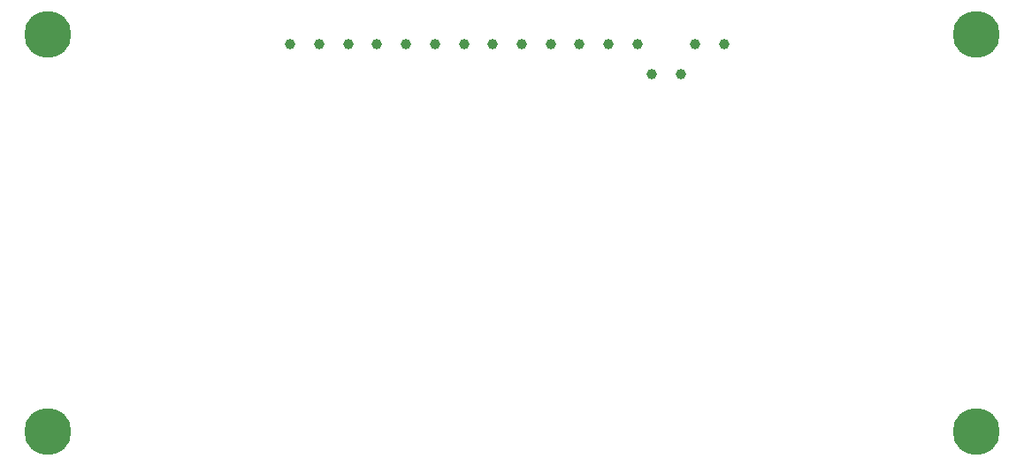
<source format=gbr>
%TF.GenerationSoftware,KiCad,Pcbnew,(6.0.7)*%
%TF.CreationDate,2022-09-12T17:05:53+03:00*%
%TF.ProjectId,io-breakout,696f2d62-7265-4616-9b6f-75742e6b6963,rev?*%
%TF.SameCoordinates,Original*%
%TF.FileFunction,NonPlated,1,2,NPTH,Drill*%
%TF.FilePolarity,Positive*%
%FSLAX46Y46*%
G04 Gerber Fmt 4.6, Leading zero omitted, Abs format (unit mm)*
G04 Created by KiCad (PCBNEW (6.0.7)) date 2022-09-12 17:05:53*
%MOMM*%
%LPD*%
G01*
G04 APERTURE LIST*
%TA.AperFunction,ComponentDrill*%
%ADD10C,1.000000*%
%TD*%
%TA.AperFunction,ComponentDrill*%
%ADD11C,4.500000*%
%TD*%
G04 APERTURE END LIST*
D10*
%TO.C,J9*%
X113375000Y-70820000D03*
X116145000Y-70820000D03*
X118915000Y-70820000D03*
X121685000Y-70820000D03*
X124455000Y-70820000D03*
X127225000Y-70820000D03*
X129995000Y-70820000D03*
X132765000Y-70820000D03*
X135535000Y-70820000D03*
X138305000Y-70820000D03*
X141075000Y-70820000D03*
X143845000Y-70820000D03*
X146615000Y-70820000D03*
X148000000Y-73660000D03*
X150770000Y-73660000D03*
X152155000Y-70820000D03*
X154925000Y-70820000D03*
D11*
%TO.C,H3*%
X90170000Y-69850000D03*
%TO.C,H2*%
X90170000Y-107950000D03*
%TO.C,H4*%
X179070000Y-69850000D03*
%TO.C,H1*%
X179070000Y-107950000D03*
M02*

</source>
